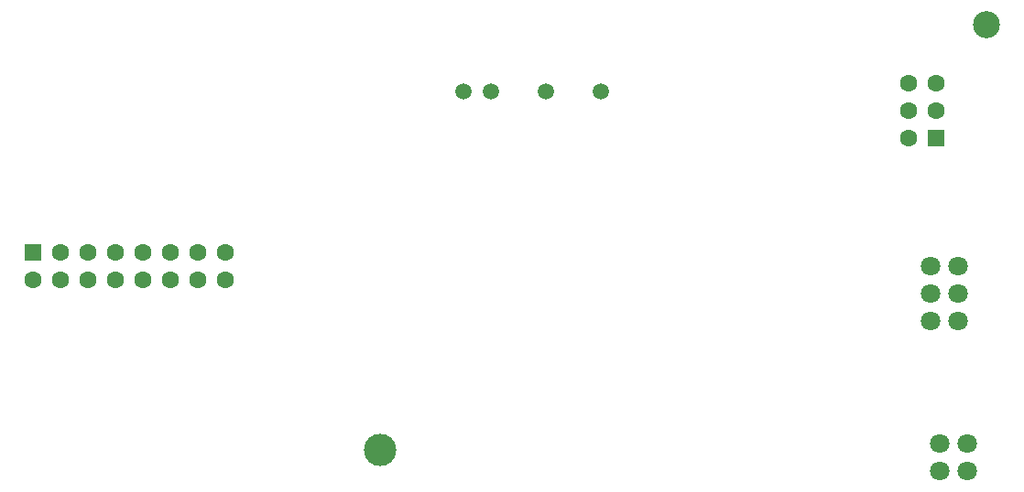
<source format=gbs>
G04 DipTrace 2.4.0.2*
%INDaughter-IsolatedUART.GBS*%
%MOMM*%
%ADD15C,1.5*%
%ADD28R,1.6X1.6*%
%ADD29C,1.6*%
%ADD30C,1.8*%
%ADD42C,3.0*%
%ADD43C,2.5*%
%FSLAX53Y53*%
G04*
G71*
G90*
G75*
G01*
%LNBotMask*%
%LPD*%
D42*
X39000Y3600D3*
D43*
X95000Y43000D3*
D28*
X90338Y32547D3*
D29*
X87798D3*
X90338Y35087D3*
X87798D3*
X90338Y37627D3*
X87798D3*
X6900Y19390D3*
D28*
Y21930D3*
D29*
X9440Y19390D3*
Y21930D3*
X11980Y19390D3*
Y21930D3*
X14520Y19390D3*
Y21930D3*
X17060Y19390D3*
Y21930D3*
X19600Y19390D3*
Y21930D3*
X22140Y19390D3*
Y21930D3*
X24680Y19390D3*
Y21930D3*
D30*
X89862Y15559D3*
X92402D3*
X89862Y18099D3*
X92402D3*
X89862Y20639D3*
X92402D3*
X93270Y1730D3*
X90730D3*
Y4270D3*
X93270D3*
D15*
X46677Y36834D3*
X49217D3*
X54297D3*
X59377D3*
M02*

</source>
